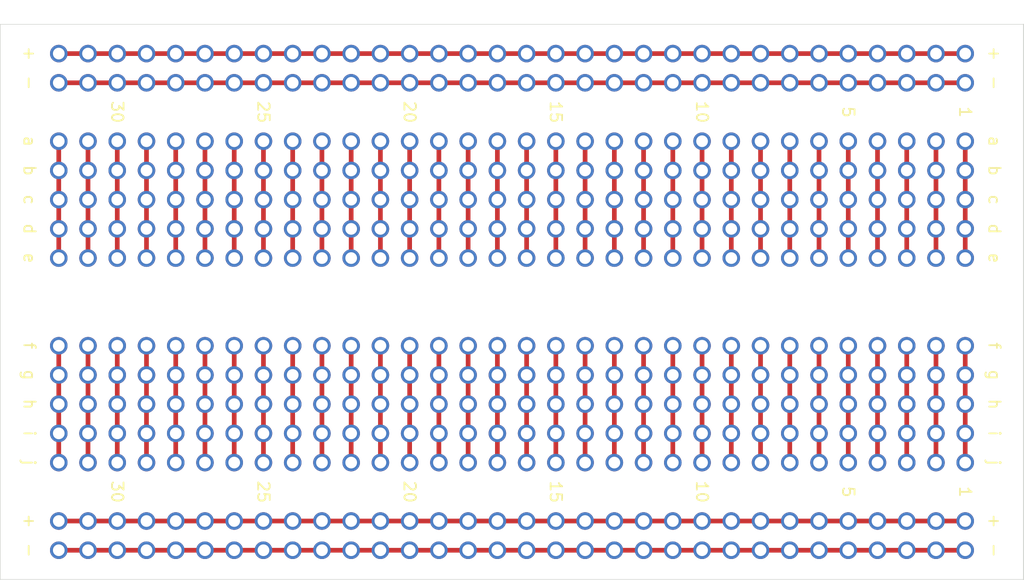
<source format=kicad_pcb>
(kicad_pcb (version 20171130) (host pcbnew 5.1.9-73d0e3b20d~88~ubuntu20.04.1)

  (general
    (thickness 1.6)
    (drawings 46)
    (tracks 68)
    (zones 0)
    (modules 3)
    (nets 1)
  )

  (page A4)
  (layers
    (0 F.Cu signal)
    (31 B.Cu signal)
    (32 B.Adhes user)
    (33 F.Adhes user)
    (34 B.Paste user)
    (35 F.Paste user)
    (36 B.SilkS user)
    (37 F.SilkS user)
    (38 B.Mask user)
    (39 F.Mask user)
    (40 Dwgs.User user)
    (41 Cmts.User user)
    (42 Eco1.User user)
    (43 Eco2.User user)
    (44 Edge.Cuts user)
    (45 Margin user)
    (46 B.CrtYd user)
    (47 F.CrtYd user)
    (48 B.Fab user)
    (49 F.Fab user)
  )

  (setup
    (last_trace_width 0.4064)
    (trace_clearance 0.2032)
    (zone_clearance 0.508)
    (zone_45_only no)
    (trace_min 0.2032)
    (via_size 0.8128)
    (via_drill 0.4064)
    (via_min_size 0.4064)
    (via_min_drill 0.3048)
    (uvia_size 0.3048)
    (uvia_drill 0.1016)
    (uvias_allowed no)
    (uvia_min_size 0.2032)
    (uvia_min_drill 0.1016)
    (edge_width 0.05)
    (segment_width 0.2)
    (pcb_text_width 0.3)
    (pcb_text_size 1.5 1.5)
    (mod_edge_width 0.12)
    (mod_text_size 1 1)
    (mod_text_width 0.15)
    (pad_size 1.524 1.524)
    (pad_drill 0.762)
    (pad_to_mask_clearance 0)
    (aux_axis_origin 0 0)
    (visible_elements FFFFFF7F)
    (pcbplotparams
      (layerselection 0x010fc_ffffffff)
      (usegerberextensions false)
      (usegerberattributes true)
      (usegerberadvancedattributes true)
      (creategerberjobfile true)
      (excludeedgelayer true)
      (linewidth 0.100000)
      (plotframeref false)
      (viasonmask false)
      (mode 1)
      (useauxorigin false)
      (hpglpennumber 1)
      (hpglpenspeed 20)
      (hpglpendiameter 15.000000)
      (psnegative false)
      (psa4output false)
      (plotreference true)
      (plotvalue true)
      (plotinvisibletext false)
      (padsonsilk false)
      (subtractmaskfromsilk false)
      (outputformat 1)
      (mirror false)
      (drillshape 0)
      (scaleselection 1)
      (outputdirectory "out/"))
  )

  (net 0 "")

  (net_class Default "This is the default net class."
    (clearance 0.2032)
    (trace_width 0.4064)
    (via_dia 0.8128)
    (via_drill 0.4064)
    (uvia_dia 0.3048)
    (uvia_drill 0.1016)
    (diff_pair_width 0.2032)
    (diff_pair_gap 0.2032)
  )

  (module ProtoPCBs:ProtoPCB_32 (layer F.Cu) (tedit 6011E01D) (tstamp 601333F0)
    (at 152.4 58.42)
    (fp_text reference REF** (at 0 -7.62) (layer F.SilkS) hide
      (effects (font (size 1 1) (thickness 0.15)))
    )
    (fp_text value ProtoPCB_32 (at 0 -3.81) (layer F.Fab)
      (effects (font (size 1 1) (thickness 0.15)))
    )
    (pad 1 thru_hole circle (at 0 0) (size 1.524 1.524) (drill 1.016) (layers *.Cu *.Mask))
    (pad 1 thru_hole circle (at 10.16 2.54) (size 1.524 1.524) (drill 1.016) (layers *.Cu *.Mask))
    (pad 1 thru_hole circle (at 63.5 0) (size 1.524 1.524) (drill 1.016) (layers *.Cu *.Mask))
    (pad 1 thru_hole circle (at 33.02 0) (size 1.524 1.524) (drill 1.016) (layers *.Cu *.Mask))
    (pad 1 thru_hole circle (at 12.7 2.54) (size 1.524 1.524) (drill 1.016) (layers *.Cu *.Mask))
    (pad 1 thru_hole circle (at 30.48 0) (size 1.524 1.524) (drill 1.016) (layers *.Cu *.Mask))
    (pad 1 thru_hole circle (at 0 2.54) (size 1.524 1.524) (drill 1.016) (layers *.Cu *.Mask))
    (pad 1 thru_hole circle (at 20.32 2.54) (size 1.524 1.524) (drill 1.016) (layers *.Cu *.Mask))
    (pad 1 thru_hole circle (at 40.64 2.54) (size 1.524 1.524) (drill 1.016) (layers *.Cu *.Mask))
    (pad 1 thru_hole circle (at 12.7 0) (size 1.524 1.524) (drill 1.016) (layers *.Cu *.Mask))
    (pad 1 thru_hole circle (at 27.94 2.54) (size 1.524 1.524) (drill 1.016) (layers *.Cu *.Mask))
    (pad 1 thru_hole circle (at 66.04 2.54) (size 1.524 1.524) (drill 1.016) (layers *.Cu *.Mask))
    (pad 1 thru_hole circle (at 68.58 2.54) (size 1.524 1.524) (drill 1.016) (layers *.Cu *.Mask))
    (pad 1 thru_hole circle (at 38.1 2.54) (size 1.524 1.524) (drill 1.016) (layers *.Cu *.Mask))
    (pad 1 thru_hole circle (at 71.12 2.54) (size 1.524 1.524) (drill 1.016) (layers *.Cu *.Mask))
    (pad 1 thru_hole circle (at 78.74 2.54) (size 1.524 1.524) (drill 1.016) (layers *.Cu *.Mask))
    (pad 1 thru_hole circle (at 25.4 2.54) (size 1.524 1.524) (drill 1.016) (layers *.Cu *.Mask))
    (pad 1 thru_hole circle (at 76.2 2.54) (size 1.524 1.524) (drill 1.016) (layers *.Cu *.Mask))
    (pad 1 thru_hole circle (at 73.66 2.54) (size 1.524 1.524) (drill 1.016) (layers *.Cu *.Mask))
    (pad 1 thru_hole circle (at 71.12 0) (size 1.524 1.524) (drill 1.016) (layers *.Cu *.Mask))
    (pad 1 thru_hole circle (at 55.88 0) (size 1.524 1.524) (drill 1.016) (layers *.Cu *.Mask))
    (pad 1 thru_hole circle (at 15.24 0) (size 1.524 1.524) (drill 1.016) (layers *.Cu *.Mask))
    (pad 1 thru_hole circle (at 22.86 0) (size 1.524 1.524) (drill 1.016) (layers *.Cu *.Mask))
    (pad 1 thru_hole circle (at 27.94 0) (size 1.524 1.524) (drill 1.016) (layers *.Cu *.Mask))
    (pad 1 thru_hole circle (at 35.56 0) (size 1.524 1.524) (drill 1.016) (layers *.Cu *.Mask))
    (pad 1 thru_hole circle (at 50.8 2.54) (size 1.524 1.524) (drill 1.016) (layers *.Cu *.Mask))
    (pad 1 thru_hole circle (at 58.42 2.54) (size 1.524 1.524) (drill 1.016) (layers *.Cu *.Mask))
    (pad 1 thru_hole circle (at 38.1 0) (size 1.524 1.524) (drill 1.016) (layers *.Cu *.Mask))
    (pad 1 thru_hole circle (at 60.96 2.54) (size 1.524 1.524) (drill 1.016) (layers *.Cu *.Mask))
    (pad 1 thru_hole circle (at 76.2 0) (size 1.524 1.524) (drill 1.016) (layers *.Cu *.Mask))
    (pad 1 thru_hole circle (at 10.16 0) (size 1.524 1.524) (drill 1.016) (layers *.Cu *.Mask))
    (pad 1 thru_hole circle (at 43.18 0) (size 1.524 1.524) (drill 1.016) (layers *.Cu *.Mask))
    (pad 1 thru_hole circle (at 78.74 0) (size 1.524 1.524) (drill 1.016) (layers *.Cu *.Mask))
    (pad 1 thru_hole circle (at 63.5 2.54) (size 1.524 1.524) (drill 1.016) (layers *.Cu *.Mask))
    (pad 1 thru_hole circle (at 68.58 0) (size 1.524 1.524) (drill 1.016) (layers *.Cu *.Mask))
    (pad 1 thru_hole circle (at 66.04 0) (size 1.524 1.524) (drill 1.016) (layers *.Cu *.Mask))
    (pad 1 thru_hole circle (at 7.62 0) (size 1.524 1.524) (drill 1.016) (layers *.Cu *.Mask))
    (pad 1 thru_hole circle (at 22.86 2.54) (size 1.524 1.524) (drill 1.016) (layers *.Cu *.Mask))
    (pad 1 thru_hole circle (at 55.88 2.54) (size 1.524 1.524) (drill 1.016) (layers *.Cu *.Mask))
    (pad 1 thru_hole circle (at 73.66 0) (size 1.524 1.524) (drill 1.016) (layers *.Cu *.Mask))
    (pad 1 thru_hole circle (at 30.48 2.54) (size 1.524 1.524) (drill 1.016) (layers *.Cu *.Mask))
    (pad 1 thru_hole circle (at 33.02 2.54) (size 1.524 1.524) (drill 1.016) (layers *.Cu *.Mask))
    (pad 1 thru_hole circle (at 53.34 2.54) (size 1.524 1.524) (drill 1.016) (layers *.Cu *.Mask))
    (pad 1 thru_hole circle (at 50.8 0) (size 1.524 1.524) (drill 1.016) (layers *.Cu *.Mask))
    (pad 1 thru_hole circle (at 20.32 0) (size 1.524 1.524) (drill 1.016) (layers *.Cu *.Mask))
    (pad 1 thru_hole circle (at 35.56 2.54) (size 1.524 1.524) (drill 1.016) (layers *.Cu *.Mask))
    (pad 1 thru_hole circle (at 5.08 0) (size 1.524 1.524) (drill 1.016) (layers *.Cu *.Mask))
    (pad 1 thru_hole circle (at 45.72 2.54) (size 1.524 1.524) (drill 1.016) (layers *.Cu *.Mask))
    (pad 1 thru_hole circle (at 17.78 0) (size 1.524 1.524) (drill 1.016) (layers *.Cu *.Mask))
    (pad 1 thru_hole circle (at 17.78 2.54) (size 1.524 1.524) (drill 1.016) (layers *.Cu *.Mask))
    (pad 1 thru_hole circle (at 48.26 2.54) (size 1.524 1.524) (drill 1.016) (layers *.Cu *.Mask))
    (pad 1 thru_hole circle (at 15.24 2.54) (size 1.524 1.524) (drill 1.016) (layers *.Cu *.Mask))
    (pad 1 thru_hole circle (at 60.96 0) (size 1.524 1.524) (drill 1.016) (layers *.Cu *.Mask))
    (pad 1 thru_hole circle (at 58.42 0) (size 1.524 1.524) (drill 1.016) (layers *.Cu *.Mask))
    (pad 1 thru_hole circle (at 43.18 2.54) (size 1.524 1.524) (drill 1.016) (layers *.Cu *.Mask))
    (pad 1 thru_hole circle (at 48.26 0) (size 1.524 1.524) (drill 1.016) (layers *.Cu *.Mask))
    (pad 1 thru_hole circle (at 2.54 2.54) (size 1.524 1.524) (drill 1.016) (layers *.Cu *.Mask))
    (pad 1 thru_hole circle (at 45.72 0) (size 1.524 1.524) (drill 1.016) (layers *.Cu *.Mask))
    (pad 1 thru_hole circle (at 40.64 0) (size 1.524 1.524) (drill 1.016) (layers *.Cu *.Mask))
    (pad 1 thru_hole circle (at 53.34 0) (size 1.524 1.524) (drill 1.016) (layers *.Cu *.Mask))
    (pad 1 thru_hole circle (at 25.4 0) (size 1.524 1.524) (drill 1.016) (layers *.Cu *.Mask))
    (pad 1 thru_hole circle (at 5.08 2.54) (size 1.524 1.524) (drill 1.016) (layers *.Cu *.Mask))
    (pad 1 thru_hole circle (at 7.62 2.54) (size 1.524 1.524) (drill 1.016) (layers *.Cu *.Mask))
    (pad 1 thru_hole circle (at 2.54 0) (size 1.524 1.524) (drill 1.016) (layers *.Cu *.Mask))
    (pad 1 thru_hole circle (at 0 43.18) (size 1.524 1.524) (drill 1.016) (layers *.Cu *.Mask))
    (pad 1 thru_hole circle (at 71.12 40.64) (size 1.524 1.524) (drill 1.016) (layers *.Cu *.Mask))
    (pad 1 thru_hole circle (at 71.12 43.18) (size 1.524 1.524) (drill 1.016) (layers *.Cu *.Mask))
    (pad 1 thru_hole circle (at 68.58 40.64) (size 1.524 1.524) (drill 1.016) (layers *.Cu *.Mask))
    (pad 1 thru_hole circle (at 68.58 43.18) (size 1.524 1.524) (drill 1.016) (layers *.Cu *.Mask))
    (pad 1 thru_hole circle (at 35.56 43.18) (size 1.524 1.524) (drill 1.016) (layers *.Cu *.Mask))
    (pad 1 thru_hole circle (at 22.86 43.18) (size 1.524 1.524) (drill 1.016) (layers *.Cu *.Mask))
    (pad 1 thru_hole circle (at 43.18 40.64) (size 1.524 1.524) (drill 1.016) (layers *.Cu *.Mask))
    (pad 1 thru_hole circle (at 63.5 40.64) (size 1.524 1.524) (drill 1.016) (layers *.Cu *.Mask))
    (pad 1 thru_hole circle (at 38.1 40.64) (size 1.524 1.524) (drill 1.016) (layers *.Cu *.Mask))
    (pad 1 thru_hole circle (at 20.32 43.18) (size 1.524 1.524) (drill 1.016) (layers *.Cu *.Mask))
    (pad 1 thru_hole circle (at 40.64 43.18) (size 1.524 1.524) (drill 1.016) (layers *.Cu *.Mask))
    (pad 1 thru_hole circle (at 27.94 40.64) (size 1.524 1.524) (drill 1.016) (layers *.Cu *.Mask))
    (pad 1 thru_hole circle (at 27.94 43.18) (size 1.524 1.524) (drill 1.016) (layers *.Cu *.Mask))
    (pad 1 thru_hole circle (at 2.54 43.18) (size 1.524 1.524) (drill 1.016) (layers *.Cu *.Mask))
    (pad 1 thru_hole circle (at 10.16 40.64) (size 1.524 1.524) (drill 1.016) (layers *.Cu *.Mask))
    (pad 1 thru_hole circle (at 5.08 40.64) (size 1.524 1.524) (drill 1.016) (layers *.Cu *.Mask))
    (pad 1 thru_hole circle (at 17.78 43.18) (size 1.524 1.524) (drill 1.016) (layers *.Cu *.Mask))
    (pad 1 thru_hole circle (at 33.02 40.64) (size 1.524 1.524) (drill 1.016) (layers *.Cu *.Mask))
    (pad 1 thru_hole circle (at 10.16 43.18) (size 1.524 1.524) (drill 1.016) (layers *.Cu *.Mask))
    (pad 1 thru_hole circle (at 66.04 40.64) (size 1.524 1.524) (drill 1.016) (layers *.Cu *.Mask))
    (pad 1 thru_hole circle (at 78.74 43.18) (size 1.524 1.524) (drill 1.016) (layers *.Cu *.Mask))
    (pad 1 thru_hole circle (at 20.32 40.64) (size 1.524 1.524) (drill 1.016) (layers *.Cu *.Mask))
    (pad 1 thru_hole circle (at 63.5 43.18) (size 1.524 1.524) (drill 1.016) (layers *.Cu *.Mask))
    (pad 1 thru_hole circle (at 60.96 40.64) (size 1.524 1.524) (drill 1.016) (layers *.Cu *.Mask))
    (pad 1 thru_hole circle (at 66.04 43.18) (size 1.524 1.524) (drill 1.016) (layers *.Cu *.Mask))
    (pad 1 thru_hole circle (at 55.88 43.18) (size 1.524 1.524) (drill 1.016) (layers *.Cu *.Mask))
    (pad 1 thru_hole circle (at 15.24 40.64) (size 1.524 1.524) (drill 1.016) (layers *.Cu *.Mask))
    (pad 1 thru_hole circle (at 38.1 43.18) (size 1.524 1.524) (drill 1.016) (layers *.Cu *.Mask))
    (pad 1 thru_hole circle (at 30.48 40.64) (size 1.524 1.524) (drill 1.016) (layers *.Cu *.Mask))
    (pad 1 thru_hole circle (at 30.48 43.18) (size 1.524 1.524) (drill 1.016) (layers *.Cu *.Mask))
    (pad 1 thru_hole circle (at 25.4 43.18) (size 1.524 1.524) (drill 1.016) (layers *.Cu *.Mask))
    (pad 1 thru_hole circle (at 78.74 40.64) (size 1.524 1.524) (drill 1.016) (layers *.Cu *.Mask))
    (pad 1 thru_hole circle (at 73.66 43.18) (size 1.524 1.524) (drill 1.016) (layers *.Cu *.Mask))
    (pad 1 thru_hole circle (at 73.66 40.64) (size 1.524 1.524) (drill 1.016) (layers *.Cu *.Mask))
    (pad 1 thru_hole circle (at 25.4 40.64) (size 1.524 1.524) (drill 1.016) (layers *.Cu *.Mask))
    (pad 1 thru_hole circle (at 35.56 40.64) (size 1.524 1.524) (drill 1.016) (layers *.Cu *.Mask))
    (pad 1 thru_hole circle (at 22.86 40.64) (size 1.524 1.524) (drill 1.016) (layers *.Cu *.Mask))
    (pad 1 thru_hole circle (at 7.62 40.64) (size 1.524 1.524) (drill 1.016) (layers *.Cu *.Mask))
    (pad 1 thru_hole circle (at 43.18 43.18) (size 1.524 1.524) (drill 1.016) (layers *.Cu *.Mask))
    (pad 1 thru_hole circle (at 7.62 43.18) (size 1.524 1.524) (drill 1.016) (layers *.Cu *.Mask))
    (pad 1 thru_hole circle (at 40.64 40.64) (size 1.524 1.524) (drill 1.016) (layers *.Cu *.Mask))
    (pad 1 thru_hole circle (at 15.24 43.18) (size 1.524 1.524) (drill 1.016) (layers *.Cu *.Mask))
    (pad 1 thru_hole circle (at 60.96 43.18) (size 1.524 1.524) (drill 1.016) (layers *.Cu *.Mask))
    (pad 1 thru_hole circle (at 76.2 43.18) (size 1.524 1.524) (drill 1.016) (layers *.Cu *.Mask))
    (pad 1 thru_hole circle (at 45.72 43.18) (size 1.524 1.524) (drill 1.016) (layers *.Cu *.Mask))
    (pad 1 thru_hole circle (at 17.78 40.64) (size 1.524 1.524) (drill 1.016) (layers *.Cu *.Mask))
    (pad 1 thru_hole circle (at 76.2 40.64) (size 1.524 1.524) (drill 1.016) (layers *.Cu *.Mask))
    (pad 1 thru_hole circle (at 2.54 40.64) (size 1.524 1.524) (drill 1.016) (layers *.Cu *.Mask))
    (pad 1 thru_hole circle (at 12.7 40.64) (size 1.524 1.524) (drill 1.016) (layers *.Cu *.Mask))
    (pad 1 thru_hole circle (at 50.8 40.64) (size 1.524 1.524) (drill 1.016) (layers *.Cu *.Mask))
    (pad 1 thru_hole circle (at 50.8 43.18) (size 1.524 1.524) (drill 1.016) (layers *.Cu *.Mask))
    (pad 1 thru_hole circle (at 48.26 40.64) (size 1.524 1.524) (drill 1.016) (layers *.Cu *.Mask))
    (pad 1 thru_hole circle (at 48.26 43.18) (size 1.524 1.524) (drill 1.016) (layers *.Cu *.Mask))
    (pad 1 thru_hole circle (at 58.42 40.64) (size 1.524 1.524) (drill 1.016) (layers *.Cu *.Mask))
    (pad 1 thru_hole circle (at 53.34 43.18) (size 1.524 1.524) (drill 1.016) (layers *.Cu *.Mask))
    (pad 1 thru_hole circle (at 53.34 40.64) (size 1.524 1.524) (drill 1.016) (layers *.Cu *.Mask))
    (pad 1 thru_hole circle (at 33.02 43.18) (size 1.524 1.524) (drill 1.016) (layers *.Cu *.Mask))
    (pad 1 thru_hole circle (at 45.72 40.64) (size 1.524 1.524) (drill 1.016) (layers *.Cu *.Mask))
    (pad 1 thru_hole circle (at 58.42 43.18) (size 1.524 1.524) (drill 1.016) (layers *.Cu *.Mask))
    (pad 1 thru_hole circle (at 0 40.64) (size 1.524 1.524) (drill 1.016) (layers *.Cu *.Mask))
    (pad 1 thru_hole circle (at 55.88 40.64) (size 1.524 1.524) (drill 1.016) (layers *.Cu *.Mask))
    (pad 1 thru_hole circle (at 12.7 43.18) (size 1.524 1.524) (drill 1.016) (layers *.Cu *.Mask))
    (pad 1 thru_hole circle (at 5.08 43.18) (size 1.524 1.524) (drill 1.016) (layers *.Cu *.Mask))
    (pad 1 thru_hole circle (at 0 25.4) (size 1.524 1.524) (drill 1.016) (layers *.Cu *.Mask))
    (pad 1 thru_hole circle (at 0 35.56) (size 1.524 1.524) (drill 1.016) (layers *.Cu *.Mask))
    (pad 1 thru_hole circle (at 10.16 27.94) (size 1.524 1.524) (drill 1.016) (layers *.Cu *.Mask))
    (pad 1 thru_hole circle (at 63.5 25.4) (size 1.524 1.524) (drill 1.016) (layers *.Cu *.Mask))
    (pad 1 thru_hole circle (at 71.12 33.02) (size 1.524 1.524) (drill 1.016) (layers *.Cu *.Mask))
    (pad 1 thru_hole circle (at 71.12 35.56) (size 1.524 1.524) (drill 1.016) (layers *.Cu *.Mask))
    (pad 1 thru_hole circle (at 68.58 33.02) (size 1.524 1.524) (drill 1.016) (layers *.Cu *.Mask))
    (pad 1 thru_hole circle (at 68.58 35.56) (size 1.524 1.524) (drill 1.016) (layers *.Cu *.Mask))
    (pad 1 thru_hole circle (at 35.56 35.56) (size 1.524 1.524) (drill 1.016) (layers *.Cu *.Mask))
    (pad 1 thru_hole circle (at 35.56 30.48) (size 1.524 1.524) (drill 1.016) (layers *.Cu *.Mask))
    (pad 1 thru_hole circle (at 33.02 25.4) (size 1.524 1.524) (drill 1.016) (layers *.Cu *.Mask))
    (pad 1 thru_hole circle (at 22.86 35.56) (size 1.524 1.524) (drill 1.016) (layers *.Cu *.Mask))
    (pad 1 thru_hole circle (at 43.18 33.02) (size 1.524 1.524) (drill 1.016) (layers *.Cu *.Mask))
    (pad 1 thru_hole circle (at 48.26 30.48) (size 1.524 1.524) (drill 1.016) (layers *.Cu *.Mask))
    (pad 1 thru_hole circle (at 63.5 33.02) (size 1.524 1.524) (drill 1.016) (layers *.Cu *.Mask))
    (pad 1 thru_hole circle (at 68.58 30.48) (size 1.524 1.524) (drill 1.016) (layers *.Cu *.Mask))
    (pad 1 thru_hole circle (at 71.12 30.48) (size 1.524 1.524) (drill 1.016) (layers *.Cu *.Mask))
    (pad 1 thru_hole circle (at 50.8 30.48) (size 1.524 1.524) (drill 1.016) (layers *.Cu *.Mask))
    (pad 1 thru_hole circle (at 12.7 27.94) (size 1.524 1.524) (drill 1.016) (layers *.Cu *.Mask))
    (pad 1 thru_hole circle (at 20.32 30.48) (size 1.524 1.524) (drill 1.016) (layers *.Cu *.Mask))
    (pad 1 thru_hole circle (at 58.42 30.48) (size 1.524 1.524) (drill 1.016) (layers *.Cu *.Mask))
    (pad 1 thru_hole circle (at 30.48 25.4) (size 1.524 1.524) (drill 1.016) (layers *.Cu *.Mask))
    (pad 1 thru_hole circle (at 38.1 33.02) (size 1.524 1.524) (drill 1.016) (layers *.Cu *.Mask))
    (pad 1 thru_hole circle (at 0 27.94) (size 1.524 1.524) (drill 1.016) (layers *.Cu *.Mask))
    (pad 1 thru_hole circle (at 20.32 27.94) (size 1.524 1.524) (drill 1.016) (layers *.Cu *.Mask))
    (pad 1 thru_hole circle (at 20.32 35.56) (size 1.524 1.524) (drill 1.016) (layers *.Cu *.Mask))
    (pad 1 thru_hole circle (at 40.64 27.94) (size 1.524 1.524) (drill 1.016) (layers *.Cu *.Mask))
    (pad 1 thru_hole circle (at 40.64 35.56) (size 1.524 1.524) (drill 1.016) (layers *.Cu *.Mask))
    (pad 1 thru_hole circle (at 27.94 33.02) (size 1.524 1.524) (drill 1.016) (layers *.Cu *.Mask))
    (pad 1 thru_hole circle (at 27.94 35.56) (size 1.524 1.524) (drill 1.016) (layers *.Cu *.Mask))
    (pad 1 thru_hole circle (at 12.7 25.4) (size 1.524 1.524) (drill 1.016) (layers *.Cu *.Mask))
    (pad 1 thru_hole circle (at 27.94 27.94) (size 1.524 1.524) (drill 1.016) (layers *.Cu *.Mask))
    (pad 1 thru_hole circle (at 2.54 35.56) (size 1.524 1.524) (drill 1.016) (layers *.Cu *.Mask))
    (pad 1 thru_hole circle (at 5.08 30.48) (size 1.524 1.524) (drill 1.016) (layers *.Cu *.Mask))
    (pad 1 thru_hole circle (at 66.04 33.02) (size 1.524 1.524) (drill 1.016) (layers *.Cu *.Mask))
    (pad 1 thru_hole circle (at 66.04 30.48) (size 1.524 1.524) (drill 1.016) (layers *.Cu *.Mask))
    (pad 1 thru_hole circle (at 66.04 27.94) (size 1.524 1.524) (drill 1.016) (layers *.Cu *.Mask))
    (pad 1 thru_hole circle (at 78.74 35.56) (size 1.524 1.524) (drill 1.016) (layers *.Cu *.Mask))
    (pad 1 thru_hole circle (at 68.58 27.94) (size 1.524 1.524) (drill 1.016) (layers *.Cu *.Mask))
    (pad 1 thru_hole circle (at 73.66 30.48) (size 1.524 1.524) (drill 1.016) (layers *.Cu *.Mask))
    (pad 1 thru_hole circle (at 33.02 30.48) (size 1.524 1.524) (drill 1.016) (layers *.Cu *.Mask))
    (pad 1 thru_hole circle (at 20.32 33.02) (size 1.524 1.524) (drill 1.016) (layers *.Cu *.Mask))
    (pad 1 thru_hole circle (at 38.1 27.94) (size 1.524 1.524) (drill 1.016) (layers *.Cu *.Mask))
    (pad 1 thru_hole circle (at 63.5 35.56) (size 1.524 1.524) (drill 1.016) (layers *.Cu *.Mask))
    (pad 1 thru_hole circle (at 60.96 30.48) (size 1.524 1.524) (drill 1.016) (layers *.Cu *.Mask))
    (pad 1 thru_hole circle (at 71.12 27.94) (size 1.524 1.524) (drill 1.016) (layers *.Cu *.Mask))
    (pad 1 thru_hole circle (at 60.96 33.02) (size 1.524 1.524) (drill 1.016) (layers *.Cu *.Mask))
    (pad 1 thru_hole circle (at 78.74 27.94) (size 1.524 1.524) (drill 1.016) (layers *.Cu *.Mask))
    (pad 1 thru_hole circle (at 66.04 35.56) (size 1.524 1.524) (drill 1.016) (layers *.Cu *.Mask))
    (pad 1 thru_hole circle (at 55.88 35.56) (size 1.524 1.524) (drill 1.016) (layers *.Cu *.Mask))
    (pad 1 thru_hole circle (at 25.4 27.94) (size 1.524 1.524) (drill 1.016) (layers *.Cu *.Mask))
    (pad 1 thru_hole circle (at 15.24 33.02) (size 1.524 1.524) (drill 1.016) (layers *.Cu *.Mask))
    (pad 1 thru_hole circle (at 38.1 35.56) (size 1.524 1.524) (drill 1.016) (layers *.Cu *.Mask))
    (pad 1 thru_hole circle (at 30.48 33.02) (size 1.524 1.524) (drill 1.016) (layers *.Cu *.Mask))
    (pad 1 thru_hole circle (at 30.48 35.56) (size 1.524 1.524) (drill 1.016) (layers *.Cu *.Mask))
    (pad 1 thru_hole circle (at 25.4 35.56) (size 1.524 1.524) (drill 1.016) (layers *.Cu *.Mask))
    (pad 1 thru_hole circle (at 10.16 30.48) (size 1.524 1.524) (drill 1.016) (layers *.Cu *.Mask))
    (pad 1 thru_hole circle (at 76.2 27.94) (size 1.524 1.524) (drill 1.016) (layers *.Cu *.Mask))
    (pad 1 thru_hole circle (at 73.66 27.94) (size 1.524 1.524) (drill 1.016) (layers *.Cu *.Mask))
    (pad 1 thru_hole circle (at 71.12 25.4) (size 1.524 1.524) (drill 1.016) (layers *.Cu *.Mask))
    (pad 1 thru_hole circle (at 78.74 33.02) (size 1.524 1.524) (drill 1.016) (layers *.Cu *.Mask))
    (pad 1 thru_hole circle (at 73.66 35.56) (size 1.524 1.524) (drill 1.016) (layers *.Cu *.Mask))
    (pad 1 thru_hole circle (at 73.66 33.02) (size 1.524 1.524) (drill 1.016) (layers *.Cu *.Mask))
    (pad 1 thru_hole circle (at 55.88 25.4) (size 1.524 1.524) (drill 1.016) (layers *.Cu *.Mask))
    (pad 1 thru_hole circle (at 43.18 30.48) (size 1.524 1.524) (drill 1.016) (layers *.Cu *.Mask))
    (pad 1 thru_hole circle (at 7.62 30.48) (size 1.524 1.524) (drill 1.016) (layers *.Cu *.Mask))
    (pad 1 thru_hole circle (at 15.24 25.4) (size 1.524 1.524) (drill 1.016) (layers *.Cu *.Mask))
    (pad 1 thru_hole circle (at 22.86 25.4) (size 1.524 1.524) (drill 1.016) (layers *.Cu *.Mask))
    (pad 1 thru_hole circle (at 25.4 33.02) (size 1.524 1.524) (drill 1.016) (layers *.Cu *.Mask))
    (pad 1 thru_hole circle (at 25.4 30.48) (size 1.524 1.524) (drill 1.016) (layers *.Cu *.Mask))
    (pad 1 thru_hole circle (at 35.56 33.02) (size 1.524 1.524) (drill 1.016) (layers *.Cu *.Mask))
    (pad 1 thru_hole circle (at 27.94 25.4) (size 1.524 1.524) (drill 1.016) (layers *.Cu *.Mask))
    (pad 1 thru_hole circle (at 22.86 33.02) (size 1.524 1.524) (drill 1.016) (layers *.Cu *.Mask))
    (pad 1 thru_hole circle (at 7.62 33.02) (size 1.524 1.524) (drill 1.016) (layers *.Cu *.Mask))
    (pad 1 thru_hole circle (at 27.94 30.48) (size 1.524 1.524) (drill 1.016) (layers *.Cu *.Mask))
    (pad 1 thru_hole circle (at 35.56 25.4) (size 1.524 1.524) (drill 1.016) (layers *.Cu *.Mask))
    (pad 1 thru_hole circle (at 43.18 35.56) (size 1.524 1.524) (drill 1.016) (layers *.Cu *.Mask))
    (pad 1 thru_hole circle (at 40.64 30.48) (size 1.524 1.524) (drill 1.016) (layers *.Cu *.Mask))
    (pad 1 thru_hole circle (at 7.62 35.56) (size 1.524 1.524) (drill 1.016) (layers *.Cu *.Mask))
    (pad 1 thru_hole circle (at 50.8 27.94) (size 1.524 1.524) (drill 1.016) (layers *.Cu *.Mask))
    (pad 1 thru_hole circle (at 40.64 33.02) (size 1.524 1.524) (drill 1.016) (layers *.Cu *.Mask))
    (pad 1 thru_hole circle (at 58.42 27.94) (size 1.524 1.524) (drill 1.016) (layers *.Cu *.Mask))
    (pad 1 thru_hole circle (at 22.86 30.48) (size 1.524 1.524) (drill 1.016) (layers *.Cu *.Mask))
    (pad 1 thru_hole circle (at 38.1 25.4) (size 1.524 1.524) (drill 1.016) (layers *.Cu *.Mask))
    (pad 1 thru_hole circle (at 15.24 35.56) (size 1.524 1.524) (drill 1.016) (layers *.Cu *.Mask))
    (pad 1 thru_hole circle (at 15.24 30.48) (size 1.524 1.524) (drill 1.016) (layers *.Cu *.Mask))
    (pad 1 thru_hole circle (at 78.74 30.48) (size 1.524 1.524) (drill 1.016) (layers *.Cu *.Mask))
    (pad 1 thru_hole circle (at 60.96 27.94) (size 1.524 1.524) (drill 1.016) (layers *.Cu *.Mask))
    (pad 1 thru_hole circle (at 60.96 35.56) (size 1.524 1.524) (drill 1.016) (layers *.Cu *.Mask))
    (pad 1 thru_hole circle (at 76.2 35.56) (size 1.524 1.524) (drill 1.016) (layers *.Cu *.Mask))
    (pad 1 thru_hole circle (at 76.2 25.4) (size 1.524 1.524) (drill 1.016) (layers *.Cu *.Mask))
    (pad 1 thru_hole circle (at 63.5 30.48) (size 1.524 1.524) (drill 1.016) (layers *.Cu *.Mask))
    (pad 1 thru_hole circle (at 10.16 25.4) (size 1.524 1.524) (drill 1.016) (layers *.Cu *.Mask))
    (pad 1 thru_hole circle (at 45.72 35.56) (size 1.524 1.524) (drill 1.016) (layers *.Cu *.Mask))
    (pad 1 thru_hole circle (at 43.18 25.4) (size 1.524 1.524) (drill 1.016) (layers *.Cu *.Mask))
    (pad 1 thru_hole circle (at 17.78 33.02) (size 1.524 1.524) (drill 1.016) (layers *.Cu *.Mask))
    (pad 1 thru_hole circle (at 78.74 25.4) (size 1.524 1.524) (drill 1.016) (layers *.Cu *.Mask))
    (pad 1 thru_hole circle (at 63.5 27.94) (size 1.524 1.524) (drill 1.016) (layers *.Cu *.Mask))
    (pad 1 thru_hole circle (at 76.2 33.02) (size 1.524 1.524) (drill 1.016) (layers *.Cu *.Mask))
    (pad 1 thru_hole circle (at 68.58 25.4) (size 1.524 1.524) (drill 1.016) (layers *.Cu *.Mask))
    (pad 1 thru_hole circle (at 66.04 25.4) (size 1.524 1.524) (drill 1.016) (layers *.Cu *.Mask))
    (pad 1 thru_hole circle (at 7.62 25.4) (size 1.524 1.524) (drill 1.016) (layers *.Cu *.Mask))
    (pad 1 thru_hole circle (at 22.86 27.94) (size 1.524 1.524) (drill 1.016) (layers *.Cu *.Mask))
    (pad 1 thru_hole circle (at 2.54 33.02) (size 1.524 1.524) (drill 1.016) (layers *.Cu *.Mask))
    (pad 1 thru_hole circle (at 12.7 33.02) (size 1.524 1.524) (drill 1.016) (layers *.Cu *.Mask))
    (pad 1 thru_hole circle (at 50.8 33.02) (size 1.524 1.524) (drill 1.016) (layers *.Cu *.Mask))
    (pad 1 thru_hole circle (at 50.8 35.56) (size 1.524 1.524) (drill 1.016) (layers *.Cu *.Mask))
    (pad 1 thru_hole circle (at 48.26 33.02) (size 1.524 1.524) (drill 1.016) (layers *.Cu *.Mask))
    (pad 1 thru_hole circle (at 48.26 35.56) (size 1.524 1.524) (drill 1.016) (layers *.Cu *.Mask))
    (pad 1 thru_hole circle (at 55.88 27.94) (size 1.524 1.524) (drill 1.016) (layers *.Cu *.Mask))
    (pad 1 thru_hole circle (at 73.66 25.4) (size 1.524 1.524) (drill 1.016) (layers *.Cu *.Mask))
    (pad 1 thru_hole circle (at 30.48 27.94) (size 1.524 1.524) (drill 1.016) (layers *.Cu *.Mask))
    (pad 1 thru_hole circle (at 33.02 27.94) (size 1.524 1.524) (drill 1.016) (layers *.Cu *.Mask))
    (pad 1 thru_hole circle (at 53.34 27.94) (size 1.524 1.524) (drill 1.016) (layers *.Cu *.Mask))
    (pad 1 thru_hole circle (at 50.8 25.4) (size 1.524 1.524) (drill 1.016) (layers *.Cu *.Mask))
    (pad 1 thru_hole circle (at 58.42 33.02) (size 1.524 1.524) (drill 1.016) (layers *.Cu *.Mask))
    (pad 1 thru_hole circle (at 53.34 35.56) (size 1.524 1.524) (drill 1.016) (layers *.Cu *.Mask))
    (pad 1 thru_hole circle (at 53.34 33.02) (size 1.524 1.524) (drill 1.016) (layers *.Cu *.Mask))
    (pad 1 thru_hole circle (at 20.32 25.4) (size 1.524 1.524) (drill 1.016) (layers *.Cu *.Mask))
    (pad 1 thru_hole circle (at 35.56 27.94) (size 1.524 1.524) (drill 1.016) (layers *.Cu *.Mask))
    (pad 1 thru_hole circle (at 33.02 35.56) (size 1.524 1.524) (drill 1.016) (layers *.Cu *.Mask))
    (pad 1 thru_hole circle (at 5.08 25.4) (size 1.524 1.524) (drill 1.016) (layers *.Cu *.Mask))
    (pad 1 thru_hole circle (at 45.72 33.02) (size 1.524 1.524) (drill 1.016) (layers *.Cu *.Mask))
    (pad 1 thru_hole circle (at 45.72 30.48) (size 1.524 1.524) (drill 1.016) (layers *.Cu *.Mask))
    (pad 1 thru_hole circle (at 45.72 27.94) (size 1.524 1.524) (drill 1.016) (layers *.Cu *.Mask))
    (pad 1 thru_hole circle (at 58.42 35.56) (size 1.524 1.524) (drill 1.016) (layers *.Cu *.Mask))
    (pad 1 thru_hole circle (at 2.54 30.48) (size 1.524 1.524) (drill 1.016) (layers *.Cu *.Mask))
    (pad 1 thru_hole circle (at 17.78 25.4) (size 1.524 1.524) (drill 1.016) (layers *.Cu *.Mask))
    (pad 1 thru_hole circle (at 0 33.02) (size 1.524 1.524) (drill 1.016) (layers *.Cu *.Mask))
    (pad 1 thru_hole circle (at 17.78 27.94) (size 1.524 1.524) (drill 1.016) (layers *.Cu *.Mask))
    (pad 1 thru_hole circle (at 48.26 27.94) (size 1.524 1.524) (drill 1.016) (layers *.Cu *.Mask))
    (pad 1 thru_hole circle (at 53.34 30.48) (size 1.524 1.524) (drill 1.016) (layers *.Cu *.Mask))
    (pad 1 thru_hole circle (at 38.1 30.48) (size 1.524 1.524) (drill 1.016) (layers *.Cu *.Mask))
    (pad 1 thru_hole circle (at 15.24 27.94) (size 1.524 1.524) (drill 1.016) (layers *.Cu *.Mask))
    (pad 1 thru_hole circle (at 60.96 25.4) (size 1.524 1.524) (drill 1.016) (layers *.Cu *.Mask))
    (pad 1 thru_hole circle (at 76.2 30.48) (size 1.524 1.524) (drill 1.016) (layers *.Cu *.Mask))
    (pad 1 thru_hole circle (at 58.42 25.4) (size 1.524 1.524) (drill 1.016) (layers *.Cu *.Mask))
    (pad 1 thru_hole circle (at 43.18 27.94) (size 1.524 1.524) (drill 1.016) (layers *.Cu *.Mask))
    (pad 1 thru_hole circle (at 55.88 33.02) (size 1.524 1.524) (drill 1.016) (layers *.Cu *.Mask))
    (pad 1 thru_hole circle (at 48.26 25.4) (size 1.524 1.524) (drill 1.016) (layers *.Cu *.Mask))
    (pad 1 thru_hole circle (at 30.48 30.48) (size 1.524 1.524) (drill 1.016) (layers *.Cu *.Mask))
    (pad 1 thru_hole circle (at 12.7 35.56) (size 1.524 1.524) (drill 1.016) (layers *.Cu *.Mask))
    (pad 1 thru_hole circle (at 12.7 30.48) (size 1.524 1.524) (drill 1.016) (layers *.Cu *.Mask))
    (pad 1 thru_hole circle (at 2.54 27.94) (size 1.524 1.524) (drill 1.016) (layers *.Cu *.Mask))
    (pad 1 thru_hole circle (at 5.08 35.56) (size 1.524 1.524) (drill 1.016) (layers *.Cu *.Mask))
    (pad 1 thru_hole circle (at 17.78 35.56) (size 1.524 1.524) (drill 1.016) (layers *.Cu *.Mask))
    (pad 1 thru_hole circle (at 45.72 25.4) (size 1.524 1.524) (drill 1.016) (layers *.Cu *.Mask))
    (pad 1 thru_hole circle (at 40.64 25.4) (size 1.524 1.524) (drill 1.016) (layers *.Cu *.Mask))
    (pad 1 thru_hole circle (at 55.88 30.48) (size 1.524 1.524) (drill 1.016) (layers *.Cu *.Mask))
    (pad 1 thru_hole circle (at 53.34 25.4) (size 1.524 1.524) (drill 1.016) (layers *.Cu *.Mask))
    (pad 1 thru_hole circle (at 17.78 30.48) (size 1.524 1.524) (drill 1.016) (layers *.Cu *.Mask))
    (pad 1 thru_hole circle (at 33.02 33.02) (size 1.524 1.524) (drill 1.016) (layers *.Cu *.Mask))
    (pad 1 thru_hole circle (at 25.4 25.4) (size 1.524 1.524) (drill 1.016) (layers *.Cu *.Mask))
    (pad 1 thru_hole circle (at 10.16 35.56) (size 1.524 1.524) (drill 1.016) (layers *.Cu *.Mask))
    (pad 1 thru_hole circle (at 0 30.48) (size 1.524 1.524) (drill 1.016) (layers *.Cu *.Mask))
    (pad 1 thru_hole circle (at 5.08 27.94) (size 1.524 1.524) (drill 1.016) (layers *.Cu *.Mask))
    (pad 1 thru_hole circle (at 7.62 27.94) (size 1.524 1.524) (drill 1.016) (layers *.Cu *.Mask))
    (pad 1 thru_hole circle (at 2.54 25.4) (size 1.524 1.524) (drill 1.016) (layers *.Cu *.Mask))
    (pad 1 thru_hole circle (at 5.08 33.02) (size 1.524 1.524) (drill 1.016) (layers *.Cu *.Mask))
    (pad 1 thru_hole circle (at 10.16 33.02) (size 1.524 1.524) (drill 1.016) (layers *.Cu *.Mask))
    (pad 1 thru_hole circle (at 63.5 15.24) (size 1.524 1.524) (drill 1.016) (layers *.Cu *.Mask))
    (pad 1 thru_hole circle (at 68.58 12.7) (size 1.524 1.524) (drill 1.016) (layers *.Cu *.Mask))
    (pad 1 thru_hole circle (at 71.12 12.7) (size 1.524 1.524) (drill 1.016) (layers *.Cu *.Mask))
    (pad 1 thru_hole circle (at 78.74 12.7) (size 1.524 1.524) (drill 1.016) (layers *.Cu *.Mask))
    (pad 1 thru_hole circle (at 60.96 10.16) (size 1.524 1.524) (drill 1.016) (layers *.Cu *.Mask))
    (pad 1 thru_hole circle (at 60.96 17.78) (size 1.524 1.524) (drill 1.016) (layers *.Cu *.Mask))
    (pad 1 thru_hole circle (at 76.2 17.78) (size 1.524 1.524) (drill 1.016) (layers *.Cu *.Mask))
    (pad 1 thru_hole circle (at 76.2 7.62) (size 1.524 1.524) (drill 1.016) (layers *.Cu *.Mask))
    (pad 1 thru_hole circle (at 63.5 12.7) (size 1.524 1.524) (drill 1.016) (layers *.Cu *.Mask))
    (pad 1 thru_hole circle (at 63.5 17.78) (size 1.524 1.524) (drill 1.016) (layers *.Cu *.Mask))
    (pad 1 thru_hole circle (at 60.96 12.7) (size 1.524 1.524) (drill 1.016) (layers *.Cu *.Mask))
    (pad 1 thru_hole circle (at 71.12 10.16) (size 1.524 1.524) (drill 1.016) (layers *.Cu *.Mask))
    (pad 1 thru_hole circle (at 60.96 15.24) (size 1.524 1.524) (drill 1.016) (layers *.Cu *.Mask))
    (pad 1 thru_hole circle (at 78.74 10.16) (size 1.524 1.524) (drill 1.016) (layers *.Cu *.Mask))
    (pad 1 thru_hole circle (at 66.04 17.78) (size 1.524 1.524) (drill 1.016) (layers *.Cu *.Mask))
    (pad 1 thru_hole circle (at 63.5 7.62) (size 1.524 1.524) (drill 1.016) (layers *.Cu *.Mask))
    (pad 1 thru_hole circle (at 71.12 15.24) (size 1.524 1.524) (drill 1.016) (layers *.Cu *.Mask))
    (pad 1 thru_hole circle (at 71.12 17.78) (size 1.524 1.524) (drill 1.016) (layers *.Cu *.Mask))
    (pad 1 thru_hole circle (at 68.58 15.24) (size 1.524 1.524) (drill 1.016) (layers *.Cu *.Mask))
    (pad 1 thru_hole circle (at 68.58 17.78) (size 1.524 1.524) (drill 1.016) (layers *.Cu *.Mask))
    (pad 1 thru_hole circle (at 76.2 10.16) (size 1.524 1.524) (drill 1.016) (layers *.Cu *.Mask))
    (pad 1 thru_hole circle (at 73.66 10.16) (size 1.524 1.524) (drill 1.016) (layers *.Cu *.Mask))
    (pad 1 thru_hole circle (at 71.12 7.62) (size 1.524 1.524) (drill 1.016) (layers *.Cu *.Mask))
    (pad 1 thru_hole circle (at 78.74 15.24) (size 1.524 1.524) (drill 1.016) (layers *.Cu *.Mask))
    (pad 1 thru_hole circle (at 73.66 17.78) (size 1.524 1.524) (drill 1.016) (layers *.Cu *.Mask))
    (pad 1 thru_hole circle (at 73.66 15.24) (size 1.524 1.524) (drill 1.016) (layers *.Cu *.Mask))
    (pad 1 thru_hole circle (at 66.04 15.24) (size 1.524 1.524) (drill 1.016) (layers *.Cu *.Mask))
    (pad 1 thru_hole circle (at 66.04 12.7) (size 1.524 1.524) (drill 1.016) (layers *.Cu *.Mask))
    (pad 1 thru_hole circle (at 66.04 10.16) (size 1.524 1.524) (drill 1.016) (layers *.Cu *.Mask))
    (pad 1 thru_hole circle (at 78.74 17.78) (size 1.524 1.524) (drill 1.016) (layers *.Cu *.Mask))
    (pad 1 thru_hole circle (at 68.58 10.16) (size 1.524 1.524) (drill 1.016) (layers *.Cu *.Mask))
    (pad 1 thru_hole circle (at 73.66 12.7) (size 1.524 1.524) (drill 1.016) (layers *.Cu *.Mask))
    (pad 1 thru_hole circle (at 78.74 7.62) (size 1.524 1.524) (drill 1.016) (layers *.Cu *.Mask))
    (pad 1 thru_hole circle (at 63.5 10.16) (size 1.524 1.524) (drill 1.016) (layers *.Cu *.Mask))
    (pad 1 thru_hole circle (at 76.2 15.24) (size 1.524 1.524) (drill 1.016) (layers *.Cu *.Mask))
    (pad 1 thru_hole circle (at 68.58 7.62) (size 1.524 1.524) (drill 1.016) (layers *.Cu *.Mask))
    (pad 1 thru_hole circle (at 66.04 7.62) (size 1.524 1.524) (drill 1.016) (layers *.Cu *.Mask))
    (pad 1 thru_hole circle (at 60.96 7.62) (size 1.524 1.524) (drill 1.016) (layers *.Cu *.Mask))
    (pad 1 thru_hole circle (at 76.2 12.7) (size 1.524 1.524) (drill 1.016) (layers *.Cu *.Mask))
    (pad 1 thru_hole circle (at 73.66 7.62) (size 1.524 1.524) (drill 1.016) (layers *.Cu *.Mask))
    (pad 1 thru_hole circle (at 55.88 17.78) (size 1.524 1.524) (drill 1.016) (layers *.Cu *.Mask))
    (pad 1 thru_hole circle (at 55.88 12.7) (size 1.524 1.524) (drill 1.016) (layers *.Cu *.Mask))
    (pad 1 thru_hole circle (at 53.34 7.62) (size 1.524 1.524) (drill 1.016) (layers *.Cu *.Mask))
    (pad 1 thru_hole circle (at 43.18 17.78) (size 1.524 1.524) (drill 1.016) (layers *.Cu *.Mask))
    (pad 1 thru_hole circle (at 40.64 12.7) (size 1.524 1.524) (drill 1.016) (layers *.Cu *.Mask))
    (pad 1 thru_hole circle (at 50.8 7.62) (size 1.524 1.524) (drill 1.016) (layers *.Cu *.Mask))
    (pad 1 thru_hole circle (at 58.42 15.24) (size 1.524 1.524) (drill 1.016) (layers *.Cu *.Mask))
    (pad 1 thru_hole circle (at 40.64 10.16) (size 1.524 1.524) (drill 1.016) (layers *.Cu *.Mask))
    (pad 1 thru_hole circle (at 40.64 17.78) (size 1.524 1.524) (drill 1.016) (layers *.Cu *.Mask))
    (pad 1 thru_hole circle (at 48.26 15.24) (size 1.524 1.524) (drill 1.016) (layers *.Cu *.Mask))
    (pad 1 thru_hole circle (at 48.26 17.78) (size 1.524 1.524) (drill 1.016) (layers *.Cu *.Mask))
    (pad 1 thru_hole circle (at 48.26 10.16) (size 1.524 1.524) (drill 1.016) (layers *.Cu *.Mask))
    (pad 1 thru_hole circle (at 53.34 12.7) (size 1.524 1.524) (drill 1.016) (layers *.Cu *.Mask))
    (pad 1 thru_hole circle (at 40.64 15.24) (size 1.524 1.524) (drill 1.016) (layers *.Cu *.Mask))
    (pad 1 thru_hole circle (at 58.42 10.16) (size 1.524 1.524) (drill 1.016) (layers *.Cu *.Mask))
    (pad 1 thru_hole circle (at 45.72 10.16) (size 1.524 1.524) (drill 1.016) (layers *.Cu *.Mask))
    (pad 1 thru_hole circle (at 58.42 17.78) (size 1.524 1.524) (drill 1.016) (layers *.Cu *.Mask))
    (pad 1 thru_hole circle (at 50.8 15.24) (size 1.524 1.524) (drill 1.016) (layers *.Cu *.Mask))
    (pad 1 thru_hole circle (at 50.8 17.78) (size 1.524 1.524) (drill 1.016) (layers *.Cu *.Mask))
    (pad 1 thru_hole circle (at 45.72 17.78) (size 1.524 1.524) (drill 1.016) (layers *.Cu *.Mask))
    (pad 1 thru_hole circle (at 43.18 7.62) (size 1.524 1.524) (drill 1.016) (layers *.Cu *.Mask))
    (pad 1 thru_hole circle (at 45.72 15.24) (size 1.524 1.524) (drill 1.016) (layers *.Cu *.Mask))
    (pad 1 thru_hole circle (at 45.72 12.7) (size 1.524 1.524) (drill 1.016) (layers *.Cu *.Mask))
    (pad 1 thru_hole circle (at 55.88 15.24) (size 1.524 1.524) (drill 1.016) (layers *.Cu *.Mask))
    (pad 1 thru_hole circle (at 48.26 7.62) (size 1.524 1.524) (drill 1.016) (layers *.Cu *.Mask))
    (pad 1 thru_hole circle (at 43.18 15.24) (size 1.524 1.524) (drill 1.016) (layers *.Cu *.Mask))
    (pad 1 thru_hole circle (at 48.26 12.7) (size 1.524 1.524) (drill 1.016) (layers *.Cu *.Mask))
    (pad 1 thru_hole circle (at 55.88 7.62) (size 1.524 1.524) (drill 1.016) (layers *.Cu *.Mask))
    (pad 1 thru_hole circle (at 43.18 12.7) (size 1.524 1.524) (drill 1.016) (layers *.Cu *.Mask))
    (pad 1 thru_hole circle (at 58.42 7.62) (size 1.524 1.524) (drill 1.016) (layers *.Cu *.Mask))
    (pad 1 thru_hole circle (at 43.18 10.16) (size 1.524 1.524) (drill 1.016) (layers *.Cu *.Mask))
    (pad 1 thru_hole circle (at 50.8 10.16) (size 1.524 1.524) (drill 1.016) (layers *.Cu *.Mask))
    (pad 1 thru_hole circle (at 53.34 10.16) (size 1.524 1.524) (drill 1.016) (layers *.Cu *.Mask))
    (pad 1 thru_hole circle (at 40.64 7.62) (size 1.524 1.524) (drill 1.016) (layers *.Cu *.Mask))
    (pad 1 thru_hole circle (at 55.88 10.16) (size 1.524 1.524) (drill 1.016) (layers *.Cu *.Mask))
    (pad 1 thru_hole circle (at 53.34 17.78) (size 1.524 1.524) (drill 1.016) (layers *.Cu *.Mask))
    (pad 1 thru_hole circle (at 58.42 12.7) (size 1.524 1.524) (drill 1.016) (layers *.Cu *.Mask))
    (pad 1 thru_hole circle (at 50.8 12.7) (size 1.524 1.524) (drill 1.016) (layers *.Cu *.Mask))
    (pad 1 thru_hole circle (at 53.34 15.24) (size 1.524 1.524) (drill 1.016) (layers *.Cu *.Mask))
    (pad 1 thru_hole circle (at 45.72 7.62) (size 1.524 1.524) (drill 1.016) (layers *.Cu *.Mask))
    (pad 1 thru_hole circle (at 20.32 7.62) (size 1.524 1.524) (drill 1.016) (layers *.Cu *.Mask))
    (pad 1 thru_hole circle (at 20.32 17.78) (size 1.524 1.524) (drill 1.016) (layers *.Cu *.Mask))
    (pad 1 thru_hole circle (at 30.48 10.16) (size 1.524 1.524) (drill 1.016) (layers *.Cu *.Mask))
    (pad 1 thru_hole circle (at 33.02 10.16) (size 1.524 1.524) (drill 1.016) (layers *.Cu *.Mask))
    (pad 1 thru_hole circle (at 20.32 10.16) (size 1.524 1.524) (drill 1.016) (layers *.Cu *.Mask))
    (pad 1 thru_hole circle (at 33.02 7.62) (size 1.524 1.524) (drill 1.016) (layers *.Cu *.Mask))
    (pad 1 thru_hole circle (at 22.86 17.78) (size 1.524 1.524) (drill 1.016) (layers *.Cu *.Mask))
    (pad 1 thru_hole circle (at 25.4 12.7) (size 1.524 1.524) (drill 1.016) (layers *.Cu *.Mask))
    (pad 1 thru_hole circle (at 35.56 15.24) (size 1.524 1.524) (drill 1.016) (layers *.Cu *.Mask))
    (pad 1 thru_hole circle (at 30.48 12.7) (size 1.524 1.524) (drill 1.016) (layers *.Cu *.Mask))
    (pad 1 thru_hole circle (at 27.94 12.7) (size 1.524 1.524) (drill 1.016) (layers *.Cu *.Mask))
    (pad 1 thru_hole circle (at 35.56 7.62) (size 1.524 1.524) (drill 1.016) (layers *.Cu *.Mask))
    (pad 1 thru_hole circle (at 27.94 15.24) (size 1.524 1.524) (drill 1.016) (layers *.Cu *.Mask))
    (pad 1 thru_hole circle (at 27.94 17.78) (size 1.524 1.524) (drill 1.016) (layers *.Cu *.Mask))
    (pad 1 thru_hole circle (at 35.56 17.78) (size 1.524 1.524) (drill 1.016) (layers *.Cu *.Mask))
    (pad 1 thru_hole circle (at 35.56 12.7) (size 1.524 1.524) (drill 1.016) (layers *.Cu *.Mask))
    (pad 1 thru_hole circle (at 30.48 7.62) (size 1.524 1.524) (drill 1.016) (layers *.Cu *.Mask))
    (pad 1 thru_hole circle (at 38.1 15.24) (size 1.524 1.524) (drill 1.016) (layers *.Cu *.Mask))
    (pad 1 thru_hole circle (at 27.94 7.62) (size 1.524 1.524) (drill 1.016) (layers *.Cu *.Mask))
    (pad 1 thru_hole circle (at 22.86 15.24) (size 1.524 1.524) (drill 1.016) (layers *.Cu *.Mask))
    (pad 1 thru_hole circle (at 33.02 15.24) (size 1.524 1.524) (drill 1.016) (layers *.Cu *.Mask))
    (pad 1 thru_hole circle (at 25.4 7.62) (size 1.524 1.524) (drill 1.016) (layers *.Cu *.Mask))
    (pad 1 thru_hole circle (at 22.86 12.7) (size 1.524 1.524) (drill 1.016) (layers *.Cu *.Mask))
    (pad 1 thru_hole circle (at 38.1 7.62) (size 1.524 1.524) (drill 1.016) (layers *.Cu *.Mask))
    (pad 1 thru_hole circle (at 20.32 15.24) (size 1.524 1.524) (drill 1.016) (layers *.Cu *.Mask))
    (pad 1 thru_hole circle (at 38.1 10.16) (size 1.524 1.524) (drill 1.016) (layers *.Cu *.Mask))
    (pad 1 thru_hole circle (at 35.56 10.16) (size 1.524 1.524) (drill 1.016) (layers *.Cu *.Mask))
    (pad 1 thru_hole circle (at 33.02 17.78) (size 1.524 1.524) (drill 1.016) (layers *.Cu *.Mask))
    (pad 1 thru_hole circle (at 33.02 12.7) (size 1.524 1.524) (drill 1.016) (layers *.Cu *.Mask))
    (pad 1 thru_hole circle (at 22.86 10.16) (size 1.524 1.524) (drill 1.016) (layers *.Cu *.Mask))
    (pad 1 thru_hole circle (at 25.4 17.78) (size 1.524 1.524) (drill 1.016) (layers *.Cu *.Mask))
    (pad 1 thru_hole circle (at 38.1 17.78) (size 1.524 1.524) (drill 1.016) (layers *.Cu *.Mask))
    (pad 1 thru_hole circle (at 38.1 12.7) (size 1.524 1.524) (drill 1.016) (layers *.Cu *.Mask))
    (pad 1 thru_hole circle (at 30.48 17.78) (size 1.524 1.524) (drill 1.016) (layers *.Cu *.Mask))
    (pad 1 thru_hole circle (at 20.32 12.7) (size 1.524 1.524) (drill 1.016) (layers *.Cu *.Mask))
    (pad 1 thru_hole circle (at 25.4 10.16) (size 1.524 1.524) (drill 1.016) (layers *.Cu *.Mask))
    (pad 1 thru_hole circle (at 27.94 10.16) (size 1.524 1.524) (drill 1.016) (layers *.Cu *.Mask))
    (pad 1 thru_hole circle (at 22.86 7.62) (size 1.524 1.524) (drill 1.016) (layers *.Cu *.Mask))
    (pad 1 thru_hole circle (at 25.4 15.24) (size 1.524 1.524) (drill 1.016) (layers *.Cu *.Mask))
    (pad 1 thru_hole circle (at 30.48 15.24) (size 1.524 1.524) (drill 1.016) (layers *.Cu *.Mask))
    (pad 1 thru_hole circle (at 17.78 15.24) (size 1.524 1.524) (drill 1.016) (layers *.Cu *.Mask))
    (pad 1 thru_hole circle (at 17.78 7.62) (size 1.524 1.524) (drill 1.016) (layers *.Cu *.Mask))
    (pad 1 thru_hole circle (at 17.78 17.78) (size 1.524 1.524) (drill 1.016) (layers *.Cu *.Mask))
    (pad 1 thru_hole circle (at 17.78 12.7) (size 1.524 1.524) (drill 1.016) (layers *.Cu *.Mask))
    (pad 1 thru_hole circle (at 17.78 10.16) (size 1.524 1.524) (drill 1.016) (layers *.Cu *.Mask))
    (pad 1 thru_hole circle (at 15.24 10.16) (size 1.524 1.524) (drill 1.016) (layers *.Cu *.Mask))
    (pad 1 thru_hole circle (at 15.24 7.62) (size 1.524 1.524) (drill 1.016) (layers *.Cu *.Mask))
    (pad 1 thru_hole circle (at 15.24 15.24) (size 1.524 1.524) (drill 1.016) (layers *.Cu *.Mask))
    (pad 1 thru_hole circle (at 15.24 17.78) (size 1.524 1.524) (drill 1.016) (layers *.Cu *.Mask))
    (pad 1 thru_hole circle (at 15.24 12.7) (size 1.524 1.524) (drill 1.016) (layers *.Cu *.Mask))
    (pad 1 thru_hole circle (at 12.7 10.16) (size 1.524 1.524) (drill 1.016) (layers *.Cu *.Mask))
    (pad 1 thru_hole circle (at 12.7 12.7) (size 1.524 1.524) (drill 1.016) (layers *.Cu *.Mask))
    (pad 1 thru_hole circle (at 12.7 7.62) (size 1.524 1.524) (drill 1.016) (layers *.Cu *.Mask))
    (pad 1 thru_hole circle (at 12.7 17.78) (size 1.524 1.524) (drill 1.016) (layers *.Cu *.Mask))
    (pad 1 thru_hole circle (at 12.7 15.24) (size 1.524 1.524) (drill 1.016) (layers *.Cu *.Mask))
    (pad 1 thru_hole circle (at 10.16 12.7) (size 1.524 1.524) (drill 1.016) (layers *.Cu *.Mask))
    (pad 1 thru_hole circle (at 10.16 15.24) (size 1.524 1.524) (drill 1.016) (layers *.Cu *.Mask))
    (pad 1 thru_hole circle (at 10.16 17.78) (size 1.524 1.524) (drill 1.016) (layers *.Cu *.Mask))
    (pad 1 thru_hole circle (at 10.16 7.62) (size 1.524 1.524) (drill 1.016) (layers *.Cu *.Mask))
    (pad 1 thru_hole circle (at 10.16 10.16) (size 1.524 1.524) (drill 1.016) (layers *.Cu *.Mask))
    (pad 1 thru_hole circle (at 7.62 12.7) (size 1.524 1.524) (drill 1.016) (layers *.Cu *.Mask))
    (pad 1 thru_hole circle (at 7.62 7.62) (size 1.524 1.524) (drill 1.016) (layers *.Cu *.Mask))
    (pad 1 thru_hole circle (at 7.62 17.78) (size 1.524 1.524) (drill 1.016) (layers *.Cu *.Mask))
    (pad 1 thru_hole circle (at 7.62 10.16) (size 1.524 1.524) (drill 1.016) (layers *.Cu *.Mask))
    (pad 1 thru_hole circle (at 7.62 15.24) (size 1.524 1.524) (drill 1.016) (layers *.Cu *.Mask))
    (pad 1 thru_hole circle (at 5.08 17.78) (size 1.524 1.524) (drill 1.016) (layers *.Cu *.Mask))
    (pad 1 thru_hole circle (at 5.08 15.24) (size 1.524 1.524) (drill 1.016) (layers *.Cu *.Mask))
    (pad 1 thru_hole circle (at 5.08 12.7) (size 1.524 1.524) (drill 1.016) (layers *.Cu *.Mask))
    (pad 1 thru_hole circle (at 5.08 10.16) (size 1.524 1.524) (drill 1.016) (layers *.Cu *.Mask))
    (pad 1 thru_hole circle (at 5.08 7.62) (size 1.524 1.524) (drill 1.016) (layers *.Cu *.Mask))
    (pad 1 thru_hole circle (at 2.54 7.62) (size 1.524 1.524) (drill 1.016) (layers *.Cu *.Mask))
    (pad 1 thru_hole circle (at 2.54 17.78) (size 1.524 1.524) (drill 1.016) (layers *.Cu *.Mask))
    (pad 1 thru_hole circle (at 2.54 10.16) (size 1.524 1.524) (drill 1.016) (layers *.Cu *.Mask))
    (pad 1 thru_hole circle (at 2.54 15.24) (size 1.524 1.524) (drill 1.016) (layers *.Cu *.Mask))
    (pad 1 thru_hole circle (at 2.54 12.7) (size 1.524 1.524) (drill 1.016) (layers *.Cu *.Mask))
    (pad 1 thru_hole circle (at 0 17.78) (size 1.524 1.524) (drill 1.016) (layers *.Cu *.Mask))
    (pad 1 thru_hole circle (at 0 15.24) (size 1.524 1.524) (drill 1.016) (layers *.Cu *.Mask))
    (pad 1 thru_hole circle (at 0 12.7) (size 1.524 1.524) (drill 1.016) (layers *.Cu *.Mask))
    (pad 1 thru_hole circle (at 0 10.16) (size 1.524 1.524) (drill 1.016) (layers *.Cu *.Mask))
    (pad 1 thru_hole circle (at 0 7.62) (size 1.524 1.524) (drill 1.016) (layers *.Cu *.Mask))
  )

  (module MountingHole:MountingHole_3.2mm_M3 (layer F.Cu) (tedit 56D1B4CB) (tstamp 6013DD74)
    (at 153.67 80.01)
    (descr "Mounting Hole 3.2mm, no annular, M3")
    (tags "mounting hole 3.2mm no annular m3")
    (attr virtual)
    (fp_text reference REF** (at 0 -4.2) (layer F.SilkS) hide
      (effects (font (size 1 1) (thickness 0.15)))
    )
    (fp_text value MountingHole_3.2mm_M3 (at 0 4.2) (layer F.Fab) hide
      (effects (font (size 1 1) (thickness 0.15)))
    )
    (fp_circle (center 0 0) (end 3.2 0) (layer Cmts.User) (width 0.15))
    (fp_circle (center 0 0) (end 3.45 0) (layer F.CrtYd) (width 0.05))
    (fp_text user %R (at 0.3 0) (layer F.Fab) hide
      (effects (font (size 1 1) (thickness 0.15)))
    )
    (pad 1 np_thru_hole circle (at 0 0) (size 3.2 3.2) (drill 3.2) (layers *.Cu *.Mask))
  )

  (module MountingHole:MountingHole_3.2mm_M3 (layer F.Cu) (tedit 56D1B4CB) (tstamp 6013DD4A)
    (at 229.87 80.01)
    (descr "Mounting Hole 3.2mm, no annular, M3")
    (tags "mounting hole 3.2mm no annular m3")
    (attr virtual)
    (fp_text reference REF** (at 0 -4.2) (layer F.SilkS) hide
      (effects (font (size 1 1) (thickness 0.15)))
    )
    (fp_text value MountingHole_3.2mm_M3 (at 0 4.2) (layer F.Fab) hide
      (effects (font (size 1 1) (thickness 0.15)))
    )
    (fp_circle (center 0 0) (end 3.45 0) (layer F.CrtYd) (width 0.05))
    (fp_circle (center 0 0) (end 3.2 0) (layer Cmts.User) (width 0.15))
    (fp_text user %R (at 0.3 0) (layer F.Fab) hide
      (effects (font (size 1 1) (thickness 0.15)))
    )
    (pad 1 np_thru_hole circle (at 0 0) (size 3.2 3.2) (drill 3.2) (layers *.Cu *.Mask))
  )

  (gr_text a (at 149.86 66.04 -90) (layer F.SilkS) (tstamp 60120AC0)
    (effects (font (size 1 1) (thickness 0.15)))
  )
  (gr_text b (at 149.86 68.58 -90) (layer F.SilkS) (tstamp 60120ABF)
    (effects (font (size 1 1) (thickness 0.15)))
  )
  (gr_text c (at 149.86 71.12 -90) (layer F.SilkS) (tstamp 60120ABE)
    (effects (font (size 1 1) (thickness 0.15)))
  )
  (gr_text d (at 149.86 73.66 -90) (layer F.SilkS) (tstamp 60120ABD)
    (effects (font (size 1 1) (thickness 0.15)))
  )
  (gr_text e (at 149.86 76.2 -90) (layer F.SilkS) (tstamp 60120ABC)
    (effects (font (size 1 1) (thickness 0.15)))
  )
  (gr_text f (at 149.86 83.82 -90) (layer F.SilkS) (tstamp 60120ABB)
    (effects (font (size 1 1) (thickness 0.15)))
  )
  (gr_text g (at 149.86 86.36 -90) (layer F.SilkS) (tstamp 60120ABA)
    (effects (font (size 1 1) (thickness 0.15)))
  )
  (gr_text h (at 149.86 88.9 -90) (layer F.SilkS) (tstamp 60120AB9)
    (effects (font (size 1 1) (thickness 0.15)))
  )
  (gr_text i (at 149.86 91.44 -90) (layer F.SilkS) (tstamp 60120AB8)
    (effects (font (size 1 1) (thickness 0.15)))
  )
  (gr_text j (at 149.86 93.98 -90) (layer F.SilkS) (tstamp 60120AB7)
    (effects (font (size 1 1) (thickness 0.15)))
  )
  (gr_text - (at 149.86 101.6 -90) (layer F.SilkS) (tstamp 60120AB6)
    (effects (font (size 1 1) (thickness 0.15)))
  )
  (gr_text + (at 149.86 99.06 -90) (layer F.SilkS) (tstamp 60120AB5)
    (effects (font (size 1 1) (thickness 0.15)))
  )
  (gr_text + (at 149.86 58.42 -90) (layer F.SilkS) (tstamp 60120AB4)
    (effects (font (size 1 1) (thickness 0.15)))
  )
  (gr_text - (at 149.86 60.96 -90) (layer F.SilkS) (tstamp 60120AB3)
    (effects (font (size 1 1) (thickness 0.15)))
  )
  (gr_line (start 147.32 104.14) (end 236.22 104.14) (layer Edge.Cuts) (width 0.05) (tstamp 60120AB1))
  (gr_line (start 147.32 55.88) (end 147.32 104.14) (layer Edge.Cuts) (width 0.05))
  (gr_line (start 236.22 55.88) (end 147.32 55.88) (layer Edge.Cuts) (width 0.05))
  (gr_line (start 236.22 55.88) (end 236.22 104.14) (layer Edge.Cuts) (width 0.1))
  (gr_text - (at 233.68 60.96 -90) (layer F.SilkS) (tstamp 6013D0A5)
    (effects (font (size 1 1) (thickness 0.15)))
  )
  (gr_text + (at 233.68 58.42 -90) (layer F.SilkS) (tstamp 6013D0A4)
    (effects (font (size 1 1) (thickness 0.15)))
  )
  (gr_text + (at 233.68 99.06 -90) (layer F.SilkS) (tstamp 6013D0A1)
    (effects (font (size 1 1) (thickness 0.15)))
  )
  (gr_text - (at 233.68 101.6 -90) (layer F.SilkS) (tstamp 6013D0A0)
    (effects (font (size 1 1) (thickness 0.15)))
  )
  (gr_text j (at 233.68 93.98 -90) (layer F.SilkS) (tstamp 6013C965)
    (effects (font (size 1 1) (thickness 0.15)))
  )
  (gr_text i (at 233.68 91.44 -90) (layer F.SilkS) (tstamp 6013C962)
    (effects (font (size 1 1) (thickness 0.15)))
  )
  (gr_text h (at 233.68 88.9 -90) (layer F.SilkS) (tstamp 6013C95F)
    (effects (font (size 1 1) (thickness 0.15)))
  )
  (gr_text g (at 233.68 86.36 -90) (layer F.SilkS) (tstamp 6013C95C)
    (effects (font (size 1 1) (thickness 0.15)))
  )
  (gr_text f (at 233.68 83.82 -90) (layer F.SilkS) (tstamp 6013C959)
    (effects (font (size 1 1) (thickness 0.15)))
  )
  (gr_text e (at 233.68 76.2 -90) (layer F.SilkS) (tstamp 6013C956)
    (effects (font (size 1 1) (thickness 0.15)))
  )
  (gr_text d (at 233.68 73.66 -90) (layer F.SilkS) (tstamp 6013C952)
    (effects (font (size 1 1) (thickness 0.15)))
  )
  (gr_text c (at 233.68 71.12 -90) (layer F.SilkS) (tstamp 6013C94F)
    (effects (font (size 1 1) (thickness 0.15)))
  )
  (gr_text b (at 233.68 68.58 -90) (layer F.SilkS) (tstamp 6013C94B)
    (effects (font (size 1 1) (thickness 0.15)))
  )
  (gr_text a (at 233.68 66.04 -90) (layer F.SilkS) (tstamp 6013C947)
    (effects (font (size 1 1) (thickness 0.15)))
  )
  (gr_text 30 (at 157.48 96.52 -90) (layer F.SilkS) (tstamp 6013C5B4)
    (effects (font (size 1 1) (thickness 0.15)))
  )
  (gr_text 5 (at 220.98 96.52 -90) (layer F.SilkS) (tstamp 6013C5B3)
    (effects (font (size 1 1) (thickness 0.15)))
  )
  (gr_text 1 (at 231.14 96.52 270) (layer F.SilkS) (tstamp 6013C5AF)
    (effects (font (size 1 1) (thickness 0.15)))
  )
  (gr_text 25 (at 170.18 96.52 -90) (layer F.SilkS) (tstamp 6013C5AE)
    (effects (font (size 1 1) (thickness 0.15)))
  )
  (gr_text 20 (at 182.88 96.52 -90) (layer F.SilkS) (tstamp 6013C5AB)
    (effects (font (size 1 1) (thickness 0.15)))
  )
  (gr_text 10 (at 208.28 96.52 -90) (layer F.SilkS) (tstamp 6013C5AA)
    (effects (font (size 1 1) (thickness 0.15)))
  )
  (gr_text 15 (at 195.58 96.52 -90) (layer F.SilkS) (tstamp 6013C5A8)
    (effects (font (size 1 1) (thickness 0.15)))
  )
  (gr_text 30 (at 157.48 63.5 -90) (layer F.SilkS) (tstamp 60134DA8)
    (effects (font (size 1 1) (thickness 0.15)))
  )
  (gr_text 25 (at 170.18 63.5 -90) (layer F.SilkS) (tstamp 60134DA4)
    (effects (font (size 1 1) (thickness 0.15)))
  )
  (gr_text 20 (at 182.88 63.5 -90) (layer F.SilkS) (tstamp 60134D9F)
    (effects (font (size 1 1) (thickness 0.15)))
  )
  (gr_text 15 (at 195.58 63.5 -90) (layer F.SilkS) (tstamp 60134D9B)
    (effects (font (size 1 1) (thickness 0.15)))
  )
  (gr_text 10 (at 208.28 63.5 -90) (layer F.SilkS) (tstamp 60134D98)
    (effects (font (size 1 1) (thickness 0.15)))
  )
  (gr_text 5 (at 220.98 63.5 -90) (layer F.SilkS) (tstamp 60134D93)
    (effects (font (size 1 1) (thickness 0.15)))
  )
  (gr_text 1 (at 231.14 63.5 270) (layer F.SilkS)
    (effects (font (size 1 1) (thickness 0.15)))
  )

  (segment (start 167.64 66.04) (end 167.64 76.2) (width 0.4064) (layer F.Cu) (net 0) (tstamp 60133EBB))
  (segment (start 160.02 66.04) (end 160.02 76.2) (width 0.4064) (layer F.Cu) (net 0) (tstamp 60133EBC))
  (segment (start 170.18 66.04) (end 170.18 76.2) (width 0.4064) (layer F.Cu) (net 0) (tstamp 60133EBD))
  (segment (start 165.1 66.04) (end 165.1 76.2) (width 0.4064) (layer F.Cu) (net 0) (tstamp 60133EBE))
  (segment (start 157.48 66.04) (end 157.48 76.2) (width 0.4064) (layer F.Cu) (net 0) (tstamp 60133EBF))
  (segment (start 154.94 66.04) (end 154.94 76.2) (width 0.4064) (layer F.Cu) (net 0) (tstamp 60133EC0))
  (segment (start 162.56 66.04) (end 162.56 76.2) (width 0.4064) (layer F.Cu) (net 0) (tstamp 60133EC1))
  (segment (start 152.4 66.04) (end 152.4 76.2) (width 0.4064) (layer F.Cu) (net 0) (tstamp 60133EC2))
  (segment (start 177.8 66.04) (end 177.8 76.2) (width 0.4064) (layer F.Cu) (net 0) (tstamp 60133ECB))
  (segment (start 180.34 66.04) (end 180.34 76.2) (width 0.4064) (layer F.Cu) (net 0) (tstamp 60133ECC))
  (segment (start 187.96 66.04) (end 187.96 76.2) (width 0.4064) (layer F.Cu) (net 0) (tstamp 60133ECD))
  (segment (start 172.72 66.04) (end 172.72 76.2) (width 0.4064) (layer F.Cu) (net 0) (tstamp 60133ECE))
  (segment (start 190.5 66.04) (end 190.5 76.2) (width 0.4064) (layer F.Cu) (net 0) (tstamp 60133ECF))
  (segment (start 182.88 66.04) (end 182.88 76.2) (width 0.4064) (layer F.Cu) (net 0) (tstamp 60133ED0))
  (segment (start 185.42 66.04) (end 185.42 76.2) (width 0.4064) (layer F.Cu) (net 0) (tstamp 60133ED1))
  (segment (start 175.26 66.04) (end 175.26 76.2) (width 0.4064) (layer F.Cu) (net 0) (tstamp 60133ED2))
  (segment (start 203.2 66.04) (end 203.2 76.2) (width 0.4064) (layer F.Cu) (net 0) (tstamp 60133EDB))
  (segment (start 193.04 66.04) (end 193.04 76.2) (width 0.4064) (layer F.Cu) (net 0) (tstamp 60133EDC))
  (segment (start 200.66 66.04) (end 200.66 76.2) (width 0.4064) (layer F.Cu) (net 0) (tstamp 60133EDD))
  (segment (start 205.74 66.04) (end 205.74 76.2) (width 0.4064) (layer F.Cu) (net 0) (tstamp 60133EDE))
  (segment (start 195.58 66.04) (end 195.58 76.2) (width 0.4064) (layer F.Cu) (net 0) (tstamp 60133EDF))
  (segment (start 208.28 66.04) (end 208.28 76.2) (width 0.4064) (layer F.Cu) (net 0) (tstamp 60133EE0))
  (segment (start 198.12 66.04) (end 198.12 76.2) (width 0.4064) (layer F.Cu) (net 0) (tstamp 60133EE1))
  (segment (start 210.82 66.04) (end 210.82 76.2) (width 0.4064) (layer F.Cu) (net 0) (tstamp 60133EE2))
  (segment (start 215.9 66.04) (end 215.9 76.2) (width 0.4064) (layer F.Cu) (net 0) (tstamp 60133EEB))
  (segment (start 218.44 66.04) (end 218.44 76.2) (width 0.4064) (layer F.Cu) (net 0) (tstamp 60133EEC))
  (segment (start 220.98 66.04) (end 220.98 76.2) (width 0.4064) (layer F.Cu) (net 0) (tstamp 60133EED))
  (segment (start 228.6 66.04) (end 228.6 76.2) (width 0.4064) (layer F.Cu) (net 0) (tstamp 60133EEE))
  (segment (start 223.52 66.04) (end 223.52 76.2) (width 0.4064) (layer F.Cu) (net 0) (tstamp 60133EEF))
  (segment (start 213.36 66.04) (end 213.36 76.2) (width 0.4064) (layer F.Cu) (net 0) (tstamp 60133EF0))
  (segment (start 231.14 66.04) (end 231.14 76.2) (width 0.4064) (layer F.Cu) (net 0) (tstamp 60133EF1))
  (segment (start 226.06 66.04) (end 226.06 76.2) (width 0.4064) (layer F.Cu) (net 0) (tstamp 60133EF2))
  (segment (start 157.48 83.82) (end 157.48 93.98) (width 0.4064) (layer F.Cu) (net 0) (tstamp 60133EFD))
  (segment (start 195.58 83.82) (end 195.58 93.98) (width 0.4064) (layer F.Cu) (net 0) (tstamp 60133EFE))
  (segment (start 213.36 83.82) (end 213.36 93.98) (width 0.4064) (layer F.Cu) (net 0) (tstamp 60133F00))
  (segment (start 182.88 83.82) (end 182.88 93.98) (width 0.4064) (layer F.Cu) (net 0) (tstamp 60133F02))
  (segment (start 172.72 83.82) (end 172.72 93.98) (width 0.4064) (layer F.Cu) (net 0) (tstamp 60133F06))
  (segment (start 220.98 83.82) (end 220.98 93.98) (width 0.4064) (layer F.Cu) (net 0) (tstamp 60133F07))
  (segment (start 180.34 83.82) (end 180.34 93.98) (width 0.4064) (layer F.Cu) (net 0) (tstamp 60133F09))
  (segment (start 160.02 83.82) (end 160.02 93.98) (width 0.4064) (layer F.Cu) (net 0) (tstamp 60133F0A))
  (segment (start 228.6 83.82) (end 228.6 93.98) (width 0.4064) (layer F.Cu) (net 0) (tstamp 60133F0E))
  (segment (start 167.64 83.82) (end 167.64 93.98) (width 0.4064) (layer F.Cu) (net 0) (tstamp 60133F12))
  (segment (start 198.12 83.82) (end 198.12 93.98) (width 0.4064) (layer F.Cu) (net 0) (tstamp 60133F13))
  (segment (start 218.44 83.82) (end 218.44 93.98) (width 0.4064) (layer F.Cu) (net 0) (tstamp 60133F15))
  (segment (start 200.66 83.82) (end 200.66 93.98) (width 0.4064) (layer F.Cu) (net 0) (tstamp 60133F16))
  (segment (start 208.28 83.82) (end 208.28 93.98) (width 0.4064) (layer F.Cu) (net 0) (tstamp 60133F17))
  (segment (start 185.42 83.82) (end 185.42 93.98) (width 0.4064) (layer F.Cu) (net 0) (tstamp 60133F18))
  (segment (start 175.26 83.82) (end 175.26 93.98) (width 0.4064) (layer F.Cu) (net 0) (tstamp 60133F1B))
  (segment (start 152.4 83.82) (end 152.4 93.98) (width 0.4064) (layer F.Cu) (net 0) (tstamp 60133F1C))
  (segment (start 187.96 83.82) (end 187.96 93.98) (width 0.4064) (layer F.Cu) (net 0) (tstamp 60133F1F))
  (segment (start 170.18 83.82) (end 170.18 93.98) (width 0.4064) (layer F.Cu) (net 0) (tstamp 60133F20))
  (segment (start 203.2 83.82) (end 203.2 93.98) (width 0.4064) (layer F.Cu) (net 0) (tstamp 60133F21))
  (segment (start 177.8 83.82) (end 177.8 93.98) (width 0.4064) (layer F.Cu) (net 0) (tstamp 60133F22))
  (segment (start 162.56 83.82) (end 162.56 93.98) (width 0.4064) (layer F.Cu) (net 0) (tstamp 60133F23))
  (segment (start 231.14 83.82) (end 231.14 93.98) (width 0.4064) (layer F.Cu) (net 0) (tstamp 60133F26))
  (segment (start 190.5 83.82) (end 190.5 93.98) (width 0.4064) (layer F.Cu) (net 0) (tstamp 60133F29))
  (segment (start 165.1 83.82) (end 165.1 93.98) (width 0.4064) (layer F.Cu) (net 0) (tstamp 60133F2A))
  (segment (start 226.06 83.82) (end 226.06 93.98) (width 0.4064) (layer F.Cu) (net 0) (tstamp 60133F2B))
  (segment (start 193.04 83.82) (end 193.04 93.98) (width 0.4064) (layer F.Cu) (net 0) (tstamp 60133F2C))
  (segment (start 210.82 83.82) (end 210.82 93.98) (width 0.4064) (layer F.Cu) (net 0) (tstamp 60133F2D))
  (segment (start 205.74 83.82) (end 205.74 93.98) (width 0.4064) (layer F.Cu) (net 0) (tstamp 60133F34))
  (segment (start 154.94 83.82) (end 154.94 93.98) (width 0.4064) (layer F.Cu) (net 0) (tstamp 60133F36))
  (segment (start 223.52 83.82) (end 223.52 93.98) (width 0.4064) (layer F.Cu) (net 0) (tstamp 60133F38))
  (segment (start 215.9 83.82) (end 215.9 93.98) (width 0.4064) (layer F.Cu) (net 0) (tstamp 60133F39))
  (segment (start 152.4 58.42) (end 231.14 58.42) (width 0.4064) (layer F.Cu) (net 0))
  (segment (start 152.4 60.96) (end 231.14 60.96) (width 0.4064) (layer F.Cu) (net 0))
  (segment (start 152.4 99.06) (end 231.14 99.06) (width 0.4064) (layer F.Cu) (net 0))
  (segment (start 152.4 101.6) (end 231.14 101.6) (width 0.4064) (layer F.Cu) (net 0))

)

</source>
